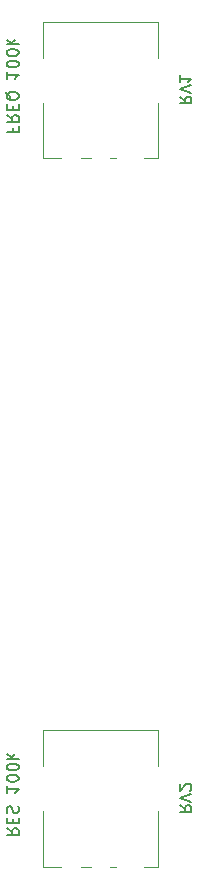
<source format=gbr>
%TF.GenerationSoftware,KiCad,Pcbnew,5.1.10-88a1d61d58~90~ubuntu21.04.1*%
%TF.CreationDate,2021-09-12T11:52:23+02:00*%
%TF.ProjectId,control,636f6e74-726f-46c2-9e6b-696361645f70,v0.0.2*%
%TF.SameCoordinates,Original*%
%TF.FileFunction,Legend,Bot*%
%TF.FilePolarity,Positive*%
%FSLAX46Y46*%
G04 Gerber Fmt 4.6, Leading zero omitted, Abs format (unit mm)*
G04 Created by KiCad (PCBNEW 5.1.10-88a1d61d58~90~ubuntu21.04.1) date 2021-09-12 11:52:23*
%MOMM*%
%LPD*%
G01*
G04 APERTURE LIST*
%ADD10C,0.120000*%
%ADD11C,0.150000*%
G04 APERTURE END LIST*
D10*
%TO.C,RV2*%
X84840000Y-129120000D02*
X85670000Y-129120000D01*
X87290000Y-129120000D02*
X87820000Y-129120000D01*
X90190000Y-129120000D02*
X91370000Y-129120000D01*
X81630000Y-129120000D02*
X81630000Y-124400000D01*
X91370000Y-120590000D02*
X91370000Y-117530000D01*
X91380000Y-129120000D02*
X91380000Y-124400000D01*
X81630000Y-120590000D02*
X81630000Y-117530000D01*
X81630000Y-129120000D02*
X83120000Y-129120000D01*
X81630000Y-117530000D02*
X91370000Y-117530000D01*
%TO.C,RV1*%
X84840000Y-69120000D02*
X85670000Y-69120000D01*
X87290000Y-69120000D02*
X87820000Y-69120000D01*
X90190000Y-69120000D02*
X91370000Y-69120000D01*
X81630000Y-69120000D02*
X81630000Y-64400000D01*
X91370000Y-60590000D02*
X91370000Y-57530000D01*
X91380000Y-69120000D02*
X91380000Y-64400000D01*
X81630000Y-60590000D02*
X81630000Y-57530000D01*
X81630000Y-69120000D02*
X83120000Y-69120000D01*
X81630000Y-57530000D02*
X91370000Y-57530000D01*
%TO.C,RV2*%
D11*
X93187619Y-123885238D02*
X93663809Y-124218571D01*
X93187619Y-124456666D02*
X94187619Y-124456666D01*
X94187619Y-124075714D01*
X94140000Y-123980476D01*
X94092380Y-123932857D01*
X93997142Y-123885238D01*
X93854285Y-123885238D01*
X93759047Y-123932857D01*
X93711428Y-123980476D01*
X93663809Y-124075714D01*
X93663809Y-124456666D01*
X94187619Y-123599523D02*
X93187619Y-123266190D01*
X94187619Y-122932857D01*
X94092380Y-122647142D02*
X94140000Y-122599523D01*
X94187619Y-122504285D01*
X94187619Y-122266190D01*
X94140000Y-122170952D01*
X94092380Y-122123333D01*
X93997142Y-122075714D01*
X93901904Y-122075714D01*
X93759047Y-122123333D01*
X93187619Y-122694761D01*
X93187619Y-122075714D01*
X78547619Y-125833333D02*
X79023809Y-126166666D01*
X78547619Y-126404761D02*
X79547619Y-126404761D01*
X79547619Y-126023809D01*
X79500000Y-125928571D01*
X79452380Y-125880952D01*
X79357142Y-125833333D01*
X79214285Y-125833333D01*
X79119047Y-125880952D01*
X79071428Y-125928571D01*
X79023809Y-126023809D01*
X79023809Y-126404761D01*
X79071428Y-125404761D02*
X79071428Y-125071428D01*
X78547619Y-124928571D02*
X78547619Y-125404761D01*
X79547619Y-125404761D01*
X79547619Y-124928571D01*
X78595238Y-124547619D02*
X78547619Y-124404761D01*
X78547619Y-124166666D01*
X78595238Y-124071428D01*
X78642857Y-124023809D01*
X78738095Y-123976190D01*
X78833333Y-123976190D01*
X78928571Y-124023809D01*
X78976190Y-124071428D01*
X79023809Y-124166666D01*
X79071428Y-124357142D01*
X79119047Y-124452380D01*
X79166666Y-124500000D01*
X79261904Y-124547619D01*
X79357142Y-124547619D01*
X79452380Y-124500000D01*
X79500000Y-124452380D01*
X79547619Y-124357142D01*
X79547619Y-124119047D01*
X79500000Y-123976190D01*
X78547619Y-122261904D02*
X78547619Y-122833333D01*
X78547619Y-122547619D02*
X79547619Y-122547619D01*
X79404761Y-122642857D01*
X79309523Y-122738095D01*
X79261904Y-122833333D01*
X79547619Y-121642857D02*
X79547619Y-121547619D01*
X79500000Y-121452380D01*
X79452380Y-121404761D01*
X79357142Y-121357142D01*
X79166666Y-121309523D01*
X78928571Y-121309523D01*
X78738095Y-121357142D01*
X78642857Y-121404761D01*
X78595238Y-121452380D01*
X78547619Y-121547619D01*
X78547619Y-121642857D01*
X78595238Y-121738095D01*
X78642857Y-121785714D01*
X78738095Y-121833333D01*
X78928571Y-121880952D01*
X79166666Y-121880952D01*
X79357142Y-121833333D01*
X79452380Y-121785714D01*
X79500000Y-121738095D01*
X79547619Y-121642857D01*
X79547619Y-120690476D02*
X79547619Y-120595238D01*
X79500000Y-120500000D01*
X79452380Y-120452380D01*
X79357142Y-120404761D01*
X79166666Y-120357142D01*
X78928571Y-120357142D01*
X78738095Y-120404761D01*
X78642857Y-120452380D01*
X78595238Y-120500000D01*
X78547619Y-120595238D01*
X78547619Y-120690476D01*
X78595238Y-120785714D01*
X78642857Y-120833333D01*
X78738095Y-120880952D01*
X78928571Y-120928571D01*
X79166666Y-120928571D01*
X79357142Y-120880952D01*
X79452380Y-120833333D01*
X79500000Y-120785714D01*
X79547619Y-120690476D01*
X78547619Y-119928571D02*
X79547619Y-119928571D01*
X78928571Y-119833333D02*
X78547619Y-119547619D01*
X79214285Y-119547619D02*
X78833333Y-119928571D01*
%TO.C,RV1*%
X93187619Y-63885238D02*
X93663809Y-64218571D01*
X93187619Y-64456666D02*
X94187619Y-64456666D01*
X94187619Y-64075714D01*
X94140000Y-63980476D01*
X94092380Y-63932857D01*
X93997142Y-63885238D01*
X93854285Y-63885238D01*
X93759047Y-63932857D01*
X93711428Y-63980476D01*
X93663809Y-64075714D01*
X93663809Y-64456666D01*
X94187619Y-63599523D02*
X93187619Y-63266190D01*
X94187619Y-62932857D01*
X93187619Y-62075714D02*
X93187619Y-62647142D01*
X93187619Y-62361428D02*
X94187619Y-62361428D01*
X94044761Y-62456666D01*
X93949523Y-62551904D01*
X93901904Y-62647142D01*
X79071428Y-66547619D02*
X79071428Y-66880952D01*
X78547619Y-66880952D02*
X79547619Y-66880952D01*
X79547619Y-66404761D01*
X78547619Y-65452380D02*
X79023809Y-65785714D01*
X78547619Y-66023809D02*
X79547619Y-66023809D01*
X79547619Y-65642857D01*
X79500000Y-65547619D01*
X79452380Y-65500000D01*
X79357142Y-65452380D01*
X79214285Y-65452380D01*
X79119047Y-65500000D01*
X79071428Y-65547619D01*
X79023809Y-65642857D01*
X79023809Y-66023809D01*
X79071428Y-65023809D02*
X79071428Y-64690476D01*
X78547619Y-64547619D02*
X78547619Y-65023809D01*
X79547619Y-65023809D01*
X79547619Y-64547619D01*
X78452380Y-63452380D02*
X78500000Y-63547619D01*
X78595238Y-63642857D01*
X78738095Y-63785714D01*
X78785714Y-63880952D01*
X78785714Y-63976190D01*
X78547619Y-63928571D02*
X78595238Y-64023809D01*
X78690476Y-64119047D01*
X78880952Y-64166666D01*
X79214285Y-64166666D01*
X79404761Y-64119047D01*
X79500000Y-64023809D01*
X79547619Y-63928571D01*
X79547619Y-63738095D01*
X79500000Y-63642857D01*
X79404761Y-63547619D01*
X79214285Y-63500000D01*
X78880952Y-63500000D01*
X78690476Y-63547619D01*
X78595238Y-63642857D01*
X78547619Y-63738095D01*
X78547619Y-63928571D01*
X78547619Y-61785714D02*
X78547619Y-62357142D01*
X78547619Y-62071428D02*
X79547619Y-62071428D01*
X79404761Y-62166666D01*
X79309523Y-62261904D01*
X79261904Y-62357142D01*
X79547619Y-61166666D02*
X79547619Y-61071428D01*
X79500000Y-60976190D01*
X79452380Y-60928571D01*
X79357142Y-60880952D01*
X79166666Y-60833333D01*
X78928571Y-60833333D01*
X78738095Y-60880952D01*
X78642857Y-60928571D01*
X78595238Y-60976190D01*
X78547619Y-61071428D01*
X78547619Y-61166666D01*
X78595238Y-61261904D01*
X78642857Y-61309523D01*
X78738095Y-61357142D01*
X78928571Y-61404761D01*
X79166666Y-61404761D01*
X79357142Y-61357142D01*
X79452380Y-61309523D01*
X79500000Y-61261904D01*
X79547619Y-61166666D01*
X79547619Y-60214285D02*
X79547619Y-60119047D01*
X79500000Y-60023809D01*
X79452380Y-59976190D01*
X79357142Y-59928571D01*
X79166666Y-59880952D01*
X78928571Y-59880952D01*
X78738095Y-59928571D01*
X78642857Y-59976190D01*
X78595238Y-60023809D01*
X78547619Y-60119047D01*
X78547619Y-60214285D01*
X78595238Y-60309523D01*
X78642857Y-60357142D01*
X78738095Y-60404761D01*
X78928571Y-60452380D01*
X79166666Y-60452380D01*
X79357142Y-60404761D01*
X79452380Y-60357142D01*
X79500000Y-60309523D01*
X79547619Y-60214285D01*
X78547619Y-59452380D02*
X79547619Y-59452380D01*
X78928571Y-59357142D02*
X78547619Y-59071428D01*
X79214285Y-59071428D02*
X78833333Y-59452380D01*
%TD*%
M02*

</source>
